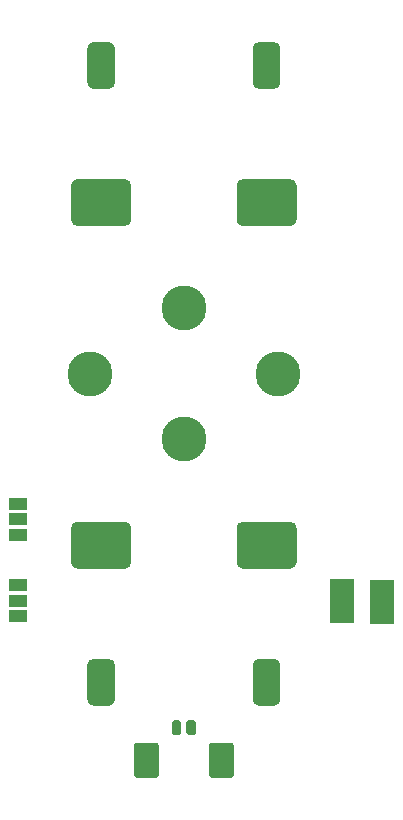
<source format=gts>
G04 #@! TF.GenerationSoftware,KiCad,Pcbnew,(5.1.7)-1*
G04 #@! TF.CreationDate,2021-07-05T13:34:59+04:00*
G04 #@! TF.ProjectId,pcb_batteryHolder,7063625f-6261-4747-9465-7279486f6c64,1.0*
G04 #@! TF.SameCoordinates,PX8f0d180PY5f5e100*
G04 #@! TF.FileFunction,Soldermask,Top*
G04 #@! TF.FilePolarity,Negative*
%FSLAX46Y46*%
G04 Gerber Fmt 4.6, Leading zero omitted, Abs format (unit mm)*
G04 Created by KiCad (PCBNEW (5.1.7)-1) date 2021-07-05 13:34:59*
%MOMM*%
%LPD*%
G01*
G04 APERTURE LIST*
%ADD10R,2.000000X3.800000*%
%ADD11C,3.810000*%
%ADD12R,1.500000X1.000000*%
G04 APERTURE END LIST*
D10*
X13350001Y-17250000D03*
X16800000Y-17300000D03*
D11*
X-7937500Y2000000D03*
X7937500Y2000000D03*
X0Y-3549900D03*
X0Y7549900D03*
X0Y7549900D03*
X0Y-3549900D03*
X-7937500Y2000000D03*
X7937500Y2000000D03*
G36*
G01*
X-6331675Y26130000D02*
X-7668325Y26130000D01*
G75*
G02*
X-8168400Y26630075I0J500075D01*
G01*
X-8168400Y29592325D01*
G75*
G02*
X-7668325Y30092400I500075J0D01*
G01*
X-6331675Y30092400D01*
G75*
G02*
X-5831600Y29592325I0J-500075D01*
G01*
X-5831600Y26630075D01*
G75*
G02*
X-6331675Y26130000I-500075J0D01*
G01*
G37*
G36*
G01*
X-4958960Y14523400D02*
X-9041040Y14523400D01*
G75*
G02*
X-9540000Y15022360I0J498960D01*
G01*
X-9540000Y17984440D01*
G75*
G02*
X-9041040Y18483400I498960J0D01*
G01*
X-4958960Y18483400D01*
G75*
G02*
X-4460000Y17984440I0J-498960D01*
G01*
X-4460000Y15022360D01*
G75*
G02*
X-4958960Y14523400I-498960J0D01*
G01*
G37*
G36*
G01*
X-6331675Y-26092400D02*
X-7668325Y-26092400D01*
G75*
G02*
X-8168400Y-25592325I0J500075D01*
G01*
X-8168400Y-22630075D01*
G75*
G02*
X-7668325Y-22130000I500075J0D01*
G01*
X-6331675Y-22130000D01*
G75*
G02*
X-5831600Y-22630075I0J-500075D01*
G01*
X-5831600Y-25592325D01*
G75*
G02*
X-6331675Y-26092400I-500075J0D01*
G01*
G37*
G36*
G01*
X-4958960Y-14483400D02*
X-9041040Y-14483400D01*
G75*
G02*
X-9540000Y-13984440I0J498960D01*
G01*
X-9540000Y-11022360D01*
G75*
G02*
X-9041040Y-10523400I498960J0D01*
G01*
X-4958960Y-10523400D01*
G75*
G02*
X-4460000Y-11022360I0J-498960D01*
G01*
X-4460000Y-13984440D01*
G75*
G02*
X-4958960Y-14483400I-498960J0D01*
G01*
G37*
G36*
G01*
X9041040Y-14483400D02*
X4958960Y-14483400D01*
G75*
G02*
X4460000Y-13984440I0J498960D01*
G01*
X4460000Y-11022360D01*
G75*
G02*
X4958960Y-10523400I498960J0D01*
G01*
X9041040Y-10523400D01*
G75*
G02*
X9540000Y-11022360I0J-498960D01*
G01*
X9540000Y-13984440D01*
G75*
G02*
X9041040Y-14483400I-498960J0D01*
G01*
G37*
G36*
G01*
X7668325Y-26092400D02*
X6331675Y-26092400D01*
G75*
G02*
X5831600Y-25592325I0J500075D01*
G01*
X5831600Y-22630075D01*
G75*
G02*
X6331675Y-22130000I500075J0D01*
G01*
X7668325Y-22130000D01*
G75*
G02*
X8168400Y-22630075I0J-500075D01*
G01*
X8168400Y-25592325D01*
G75*
G02*
X7668325Y-26092400I-500075J0D01*
G01*
G37*
G36*
G01*
X9041040Y14523400D02*
X4958960Y14523400D01*
G75*
G02*
X4460000Y15022360I0J498960D01*
G01*
X4460000Y17984440D01*
G75*
G02*
X4958960Y18483400I498960J0D01*
G01*
X9041040Y18483400D01*
G75*
G02*
X9540000Y17984440I0J-498960D01*
G01*
X9540000Y15022360D01*
G75*
G02*
X9041040Y14523400I-498960J0D01*
G01*
G37*
G36*
G01*
X7668325Y26130000D02*
X6331675Y26130000D01*
G75*
G02*
X5831600Y26630075I0J500075D01*
G01*
X5831600Y29592325D01*
G75*
G02*
X6331675Y30092400I500075J0D01*
G01*
X7668325Y30092400D01*
G75*
G02*
X8168400Y29592325I0J-500075D01*
G01*
X8168400Y26630075D01*
G75*
G02*
X7668325Y26130000I-500075J0D01*
G01*
G37*
G36*
G01*
X-1025000Y-28410000D02*
X-1025000Y-27510000D01*
G75*
G02*
X-825000Y-27310000I200000J0D01*
G01*
X-425000Y-27310000D01*
G75*
G02*
X-225000Y-27510000I0J-200000D01*
G01*
X-225000Y-28410000D01*
G75*
G02*
X-425000Y-28610000I-200000J0D01*
G01*
X-825000Y-28610000D01*
G75*
G02*
X-1025000Y-28410000I0J200000D01*
G01*
G37*
G36*
G01*
X225000Y-28410000D02*
X225000Y-27510000D01*
G75*
G02*
X425000Y-27310000I200000J0D01*
G01*
X825000Y-27310000D01*
G75*
G02*
X1025000Y-27510000I0J-200000D01*
G01*
X1025000Y-28410000D01*
G75*
G02*
X825000Y-28610000I-200000J0D01*
G01*
X425000Y-28610000D01*
G75*
G02*
X225000Y-28410000I0J200000D01*
G01*
G37*
G36*
G01*
X-4225000Y-31960001D02*
X-4225000Y-29459999D01*
G75*
G02*
X-3975001Y-29210000I249999J0D01*
G01*
X-2374999Y-29210000D01*
G75*
G02*
X-2125000Y-29459999I0J-249999D01*
G01*
X-2125000Y-31960001D01*
G75*
G02*
X-2374999Y-32210000I-249999J0D01*
G01*
X-3975001Y-32210000D01*
G75*
G02*
X-4225000Y-31960001I0J249999D01*
G01*
G37*
G36*
G01*
X2125000Y-31960001D02*
X2125000Y-29459999D01*
G75*
G02*
X2374999Y-29210000I249999J0D01*
G01*
X3975001Y-29210000D01*
G75*
G02*
X4225000Y-29459999I0J-249999D01*
G01*
X4225000Y-31960001D01*
G75*
G02*
X3975001Y-32210000I-249999J0D01*
G01*
X2374999Y-32210000D01*
G75*
G02*
X2125000Y-31960001I0J249999D01*
G01*
G37*
D12*
X-14000000Y-15900000D03*
X-14000000Y-18500000D03*
X-14000000Y-17200000D03*
X-14000000Y-11600000D03*
X-14000000Y-9000000D03*
X-14000000Y-10300000D03*
M02*

</source>
